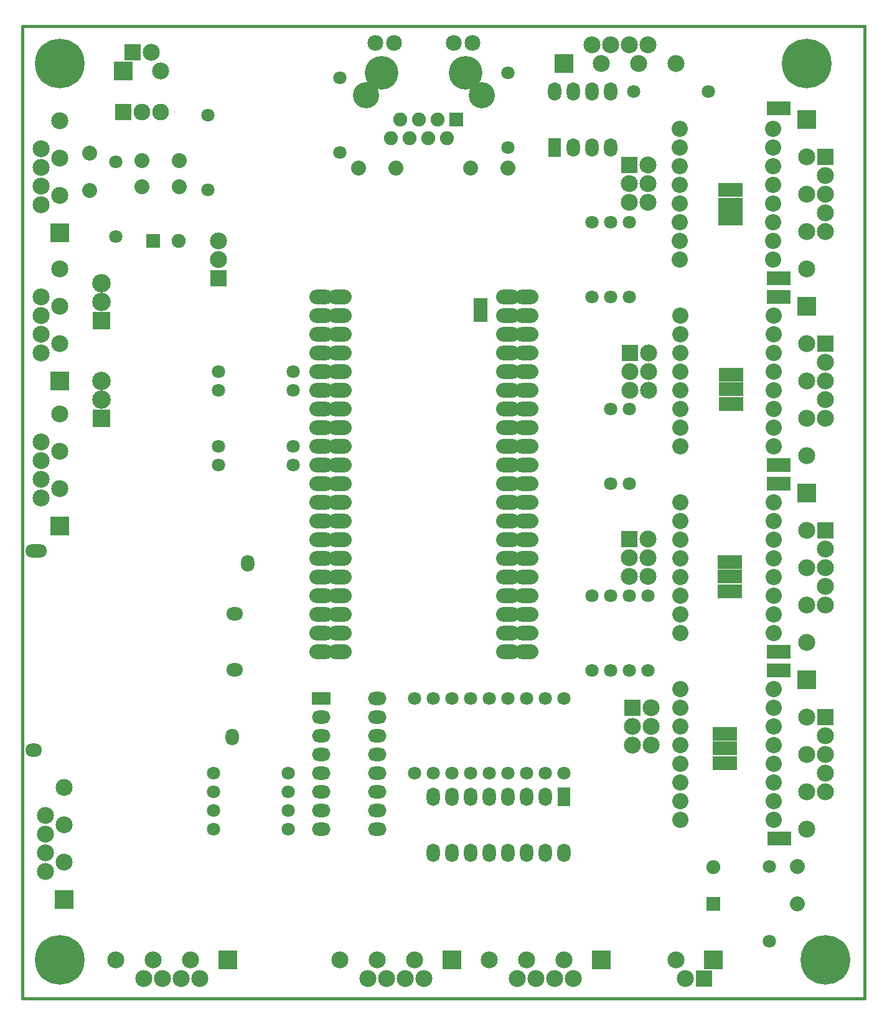
<source format=gbs>
G04 (created by PCBNEW-RS274X (2011-07-14 BZR 3049)-stable) date Fri 15 Jul 2011 10:43:33 AM CEST*
G01*
G70*
G90*
%MOIN*%
G04 Gerber Fmt 3.4, Leading zero omitted, Abs format*
%FSLAX34Y34*%
G04 APERTURE LIST*
%ADD10C,0.006000*%
%ADD11C,0.015000*%
%ADD12C,0.086900*%
%ADD13R,0.098700X0.098700*%
%ADD14C,0.090900*%
%ADD15R,0.071200X0.098700*%
%ADD16O,0.071200X0.098700*%
%ADD17R,0.098700X0.071200*%
%ADD18O,0.098700X0.071200*%
%ADD19R,0.090900X0.090900*%
%ADD20C,0.266100*%
%ADD21O,0.126300X0.079100*%
%ADD22C,0.071200*%
%ADD23R,0.077000X0.067200*%
%ADD24R,0.067200X0.077000*%
%ADD25C,0.180000*%
%ADD26R,0.075000X0.075000*%
%ADD27C,0.075000*%
%ADD28C,0.140000*%
%ADD29C,0.085000*%
%ADD30C,0.080000*%
%ADD31C,0.090000*%
%ADD32R,0.090000X0.090000*%
%ADD33C,0.098700*%
%ADD34R,0.094800X0.094800*%
%ADD35O,0.070900X0.090400*%
%ADD36O,0.090400X0.070900*%
%ADD37O,0.117800X0.070900*%
G04 APERTURE END LIST*
G54D10*
G54D11*
X12008Y-66043D02*
X12008Y-13976D01*
X57087Y-66043D02*
X12008Y-66043D01*
X57087Y-13976D02*
X57087Y-66043D01*
X56988Y-13976D02*
X57087Y-13976D01*
X12008Y-13976D02*
X56988Y-13976D01*
G54D12*
X47250Y-29500D03*
X47250Y-30500D03*
X47250Y-31500D03*
X47250Y-32500D03*
X47250Y-33500D03*
X47250Y-34500D03*
X47250Y-35500D03*
X47250Y-36500D03*
X52250Y-36500D03*
X52250Y-35500D03*
X52250Y-34500D03*
X52250Y-33500D03*
X52250Y-32500D03*
X52250Y-31500D03*
X52250Y-30500D03*
X52250Y-29500D03*
X47250Y-39500D03*
X47250Y-40500D03*
X47250Y-41500D03*
X47250Y-42500D03*
X47250Y-43500D03*
X47250Y-44500D03*
X47250Y-45500D03*
X47250Y-46500D03*
X52250Y-46500D03*
X52250Y-45500D03*
X52250Y-44500D03*
X52250Y-43500D03*
X52250Y-42500D03*
X52250Y-41500D03*
X52250Y-40500D03*
X52250Y-39500D03*
G54D13*
X41000Y-16000D03*
G54D14*
X43000Y-16000D03*
X45000Y-16000D03*
X47000Y-16000D03*
X42500Y-15000D03*
X43500Y-15000D03*
X44500Y-15000D03*
X45500Y-15000D03*
G54D13*
X14000Y-25050D03*
G54D14*
X14000Y-23050D03*
X14000Y-21050D03*
X14000Y-19050D03*
X13000Y-23550D03*
X13000Y-22550D03*
X13000Y-21550D03*
X13000Y-20550D03*
G54D15*
X41000Y-55250D03*
G54D16*
X40000Y-55250D03*
X39000Y-55250D03*
X38000Y-55250D03*
X37000Y-55250D03*
X36000Y-55250D03*
X35000Y-55250D03*
X34000Y-55250D03*
X34000Y-58250D03*
X35000Y-58250D03*
X36000Y-58250D03*
X37000Y-58250D03*
X38000Y-58250D03*
X39000Y-58250D03*
X40000Y-58250D03*
X41000Y-58250D03*
G54D17*
X28000Y-50000D03*
G54D18*
X28000Y-51000D03*
X28000Y-52000D03*
X28000Y-53000D03*
X28000Y-54000D03*
X28000Y-55000D03*
X28000Y-56000D03*
X28000Y-57000D03*
X31000Y-57000D03*
X31000Y-56000D03*
X31000Y-55000D03*
X31000Y-54000D03*
X31000Y-53000D03*
X31000Y-52000D03*
X31000Y-51000D03*
X31000Y-50000D03*
G54D15*
X40500Y-20500D03*
G54D16*
X41500Y-20500D03*
X42500Y-20500D03*
X43500Y-20500D03*
X43500Y-17500D03*
X42500Y-17500D03*
X41500Y-17500D03*
X40500Y-17500D03*
G54D13*
X49000Y-64000D03*
G54D14*
X47000Y-64000D03*
G54D19*
X48500Y-65000D03*
G54D14*
X47500Y-65000D03*
G54D13*
X17400Y-16400D03*
G54D14*
X19400Y-16400D03*
G54D19*
X17900Y-15400D03*
G54D14*
X18900Y-15400D03*
G54D13*
X14000Y-33000D03*
G54D14*
X14000Y-31000D03*
X14000Y-29000D03*
X14000Y-27000D03*
X13000Y-31500D03*
X13000Y-30500D03*
X13000Y-29500D03*
X13000Y-28500D03*
G54D13*
X14250Y-60750D03*
G54D14*
X14250Y-58750D03*
X14250Y-56750D03*
X14250Y-54750D03*
X13250Y-59250D03*
X13250Y-58250D03*
X13250Y-57250D03*
X13250Y-56250D03*
G54D13*
X23000Y-64000D03*
G54D14*
X21000Y-64000D03*
X19000Y-64000D03*
X17000Y-64000D03*
X21500Y-65000D03*
X20500Y-65000D03*
X19500Y-65000D03*
X18500Y-65000D03*
G54D13*
X43000Y-64000D03*
G54D14*
X41000Y-64000D03*
X39000Y-64000D03*
X37000Y-64000D03*
X41500Y-65000D03*
X40500Y-65000D03*
X39500Y-65000D03*
X38500Y-65000D03*
G54D13*
X14000Y-40750D03*
G54D14*
X14000Y-38750D03*
X14000Y-36750D03*
X14000Y-34750D03*
X13000Y-39250D03*
X13000Y-38250D03*
X13000Y-37250D03*
X13000Y-36250D03*
G54D13*
X35000Y-64000D03*
G54D14*
X33000Y-64000D03*
X31000Y-64000D03*
X29000Y-64000D03*
X33500Y-65000D03*
X32500Y-65000D03*
X31500Y-65000D03*
X30500Y-65000D03*
G54D13*
X54000Y-49000D03*
G54D14*
X54000Y-51000D03*
X54000Y-53000D03*
X54000Y-55000D03*
G54D19*
X55000Y-51000D03*
G54D14*
X55000Y-52000D03*
X55000Y-53000D03*
X55000Y-54000D03*
X54000Y-57000D03*
X55000Y-55000D03*
G54D13*
X54000Y-39000D03*
G54D14*
X54000Y-41000D03*
X54000Y-43000D03*
X54000Y-45000D03*
G54D19*
X55000Y-41000D03*
G54D14*
X55000Y-42000D03*
X55000Y-43000D03*
X55000Y-44000D03*
X54000Y-47000D03*
X55000Y-45000D03*
G54D13*
X54000Y-19000D03*
G54D14*
X54000Y-21000D03*
X54000Y-23000D03*
X54000Y-25000D03*
G54D19*
X55000Y-21000D03*
G54D14*
X55000Y-22000D03*
X55000Y-23000D03*
X55000Y-24000D03*
X54000Y-27000D03*
X55000Y-25000D03*
G54D13*
X54000Y-29000D03*
G54D14*
X54000Y-31000D03*
X54000Y-33000D03*
X54000Y-35000D03*
G54D19*
X55000Y-31000D03*
G54D14*
X55000Y-32000D03*
X55000Y-33000D03*
X55000Y-34000D03*
X54000Y-37000D03*
X55000Y-35000D03*
G54D20*
X14000Y-16000D03*
X54000Y-16000D03*
X14000Y-64000D03*
X55000Y-64000D03*
G54D21*
X39000Y-28500D03*
X39000Y-29500D03*
X39000Y-30500D03*
X39000Y-31500D03*
X39000Y-32500D03*
X39000Y-33500D03*
X39000Y-34500D03*
X39000Y-35500D03*
X39000Y-36500D03*
X39000Y-37500D03*
X39000Y-38500D03*
X39000Y-39500D03*
X39000Y-40500D03*
X39000Y-41500D03*
X39000Y-42500D03*
X39000Y-43500D03*
X39000Y-44500D03*
X39000Y-45500D03*
X39000Y-46500D03*
X39000Y-47500D03*
X28000Y-47500D03*
X28000Y-46500D03*
X28000Y-45500D03*
X28000Y-44500D03*
X28000Y-43500D03*
X28000Y-42500D03*
X28000Y-41500D03*
X28000Y-40500D03*
X28000Y-39500D03*
X28000Y-38500D03*
X28000Y-37500D03*
X28000Y-36500D03*
X28000Y-35500D03*
X28000Y-34500D03*
X28000Y-33500D03*
X28000Y-32500D03*
X28000Y-31500D03*
X28000Y-30500D03*
X28000Y-29500D03*
X28000Y-28500D03*
X29000Y-28500D03*
X29000Y-29500D03*
X29000Y-30500D03*
X29000Y-31500D03*
X29000Y-32500D03*
X29000Y-33500D03*
X29000Y-34500D03*
X29000Y-35500D03*
X29000Y-36500D03*
X29000Y-37500D03*
X29000Y-38500D03*
X29000Y-39500D03*
X29000Y-40500D03*
X29000Y-41500D03*
X29000Y-42500D03*
X29000Y-43500D03*
X29000Y-44500D03*
X29000Y-45500D03*
X29000Y-46500D03*
X29000Y-47500D03*
X38000Y-47500D03*
X38000Y-46500D03*
X38000Y-45500D03*
X38000Y-44500D03*
X38000Y-43500D03*
X38000Y-42500D03*
X38000Y-41500D03*
X38000Y-40500D03*
X38000Y-39500D03*
X38000Y-38500D03*
X38000Y-37500D03*
X38000Y-36500D03*
X38000Y-35500D03*
X38000Y-34500D03*
X38000Y-33500D03*
X38000Y-32500D03*
X38000Y-31500D03*
X38000Y-30500D03*
X38000Y-29500D03*
X38000Y-28500D03*
G54D19*
X44660Y-50500D03*
G54D14*
X45660Y-50500D03*
X44660Y-51500D03*
X45660Y-51500D03*
X44660Y-52500D03*
X45660Y-52500D03*
G54D19*
X44500Y-21420D03*
G54D14*
X45500Y-21420D03*
X44500Y-22420D03*
X45500Y-22420D03*
X44500Y-23420D03*
X45500Y-23420D03*
G54D19*
X44500Y-41460D03*
G54D14*
X45500Y-41460D03*
X44500Y-42460D03*
X45500Y-42460D03*
X44500Y-43460D03*
X45500Y-43460D03*
G54D19*
X44540Y-31480D03*
G54D14*
X45540Y-31480D03*
X44540Y-32480D03*
X45540Y-32480D03*
X44540Y-33480D03*
X45540Y-33480D03*
G54D12*
X47200Y-19500D03*
X47200Y-20500D03*
X47200Y-21500D03*
X47200Y-22500D03*
X47200Y-23500D03*
X47200Y-24500D03*
X47200Y-25500D03*
X47200Y-26500D03*
X52200Y-26500D03*
X52200Y-25500D03*
X52200Y-24500D03*
X52200Y-23500D03*
X52200Y-22500D03*
X52200Y-21500D03*
X52200Y-20500D03*
X52200Y-19500D03*
X47250Y-49500D03*
X47250Y-50500D03*
X47250Y-51500D03*
X47250Y-52500D03*
X47250Y-53500D03*
X47250Y-54500D03*
X47250Y-55500D03*
X47250Y-56500D03*
X52250Y-56500D03*
X52250Y-55500D03*
X52250Y-54500D03*
X52250Y-53500D03*
X52250Y-52500D03*
X52250Y-51500D03*
X52250Y-50500D03*
X52250Y-49500D03*
G54D22*
X26250Y-57000D03*
X22250Y-57000D03*
X41000Y-54000D03*
X41000Y-50000D03*
X40000Y-54000D03*
X40000Y-50000D03*
X21950Y-22750D03*
X21950Y-18750D03*
X26250Y-56000D03*
X22250Y-56000D03*
X37000Y-54000D03*
X37000Y-50000D03*
X45500Y-44500D03*
X45500Y-48500D03*
X35000Y-54000D03*
X35000Y-50000D03*
X33000Y-54000D03*
X33000Y-50000D03*
X42500Y-48500D03*
X42500Y-44500D03*
X34000Y-54000D03*
X34000Y-50000D03*
X38000Y-54000D03*
X38000Y-50000D03*
X26500Y-33500D03*
X22500Y-33500D03*
X43500Y-48500D03*
X43500Y-44500D03*
X26500Y-32500D03*
X22500Y-32500D03*
X44500Y-44500D03*
X44500Y-48500D03*
X43500Y-38500D03*
X43500Y-34500D03*
X17000Y-25250D03*
X17000Y-21250D03*
X44500Y-34500D03*
X44500Y-38500D03*
X36000Y-50000D03*
X36000Y-54000D03*
X43500Y-28500D03*
X43500Y-24500D03*
X26500Y-37500D03*
X22500Y-37500D03*
X26500Y-36500D03*
X22500Y-36500D03*
X44500Y-24500D03*
X44500Y-28500D03*
X52000Y-63000D03*
X52000Y-59000D03*
X42500Y-24500D03*
X42500Y-28500D03*
X29000Y-20750D03*
X29000Y-16750D03*
X38000Y-20500D03*
X38000Y-16500D03*
X48750Y-17500D03*
X44750Y-17500D03*
X39000Y-54000D03*
X39000Y-50000D03*
X26250Y-54000D03*
X22250Y-54000D03*
X26250Y-55000D03*
X22250Y-55000D03*
G54D19*
X22500Y-27500D03*
G54D14*
X22500Y-26500D03*
X22500Y-25500D03*
G54D23*
X36550Y-28900D03*
X36550Y-29500D03*
G54D24*
X52200Y-18400D03*
X52800Y-18400D03*
X52800Y-27500D03*
X52200Y-27500D03*
X52200Y-28500D03*
X52800Y-28500D03*
X52800Y-37500D03*
X52200Y-37500D03*
X52200Y-38500D03*
X52800Y-38500D03*
X52800Y-47500D03*
X52200Y-47500D03*
X52200Y-48500D03*
X52800Y-48500D03*
X52850Y-57500D03*
X52250Y-57500D03*
G54D25*
X31250Y-16500D03*
X35750Y-16500D03*
G54D26*
X35250Y-19000D03*
G54D27*
X34750Y-20000D03*
X34250Y-19000D03*
X33750Y-20000D03*
X33250Y-19000D03*
X32750Y-20000D03*
X32250Y-19000D03*
X31750Y-20000D03*
G54D28*
X36600Y-17700D03*
X30400Y-17700D03*
G54D29*
X36100Y-14900D03*
X35110Y-14900D03*
X31890Y-14900D03*
X30900Y-14900D03*
G54D30*
X53500Y-59000D03*
X53500Y-61000D03*
X15600Y-22800D03*
X15600Y-20800D03*
X38000Y-21600D03*
X36000Y-21600D03*
X30000Y-21600D03*
X32000Y-21600D03*
X20400Y-21200D03*
X18400Y-21200D03*
X20400Y-22600D03*
X18400Y-22600D03*
G54D26*
X49000Y-61000D03*
G54D27*
X49000Y-59031D03*
G54D26*
X19000Y-25500D03*
G54D27*
X20378Y-25500D03*
G54D31*
X19400Y-18600D03*
X18400Y-18600D03*
G54D32*
X17400Y-18600D03*
G54D33*
X16250Y-33000D03*
X16250Y-34000D03*
G54D34*
X16250Y-35000D03*
G54D33*
X16250Y-27750D03*
X16250Y-28750D03*
G54D34*
X16250Y-29750D03*
G54D35*
X24081Y-42770D03*
G54D36*
X23364Y-45443D03*
X23364Y-48463D03*
X12616Y-52758D03*
G54D35*
X23222Y-52053D03*
G54D37*
X12719Y-42085D03*
G54D24*
X50240Y-22750D03*
X49590Y-24300D03*
X49590Y-22750D03*
X50240Y-23550D03*
X49590Y-23550D03*
X50240Y-24300D03*
X49620Y-34210D03*
X50270Y-32660D03*
X50270Y-34210D03*
X49620Y-33410D03*
X50270Y-33410D03*
X49620Y-32660D03*
X49560Y-44250D03*
X50210Y-42700D03*
X50210Y-44250D03*
X49560Y-43450D03*
X50210Y-43450D03*
X49560Y-42700D03*
X49300Y-53450D03*
X49950Y-51900D03*
X49950Y-53450D03*
X49300Y-52650D03*
X49950Y-52650D03*
X49300Y-51900D03*
M02*

</source>
